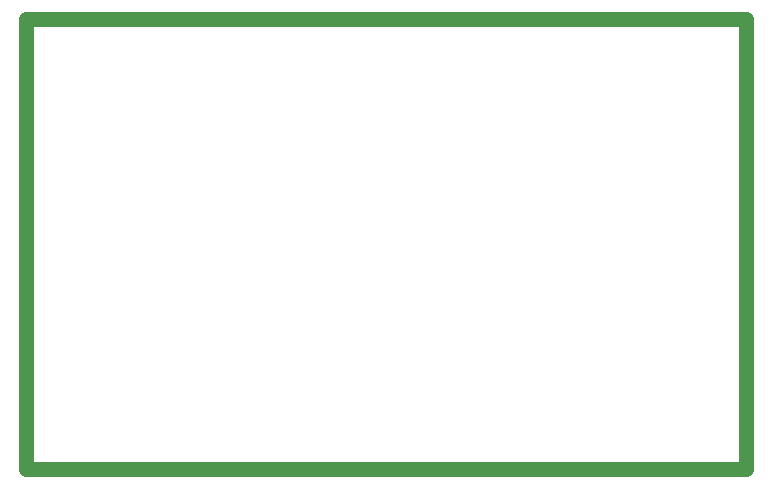
<source format=gko>
G04*
G04 #@! TF.GenerationSoftware,Altium Limited,Altium Designer,19.1.5 (86)*
G04*
G04 Layer_Color=16711935*
%FSLAX25Y25*%
%MOIN*%
G70*
G01*
G75*
%ADD44C,0.05000*%
D44*
Y150000D01*
X240000Y150000D01*
X240000Y0D01*
X0D02*
X240000D01*
M02*

</source>
